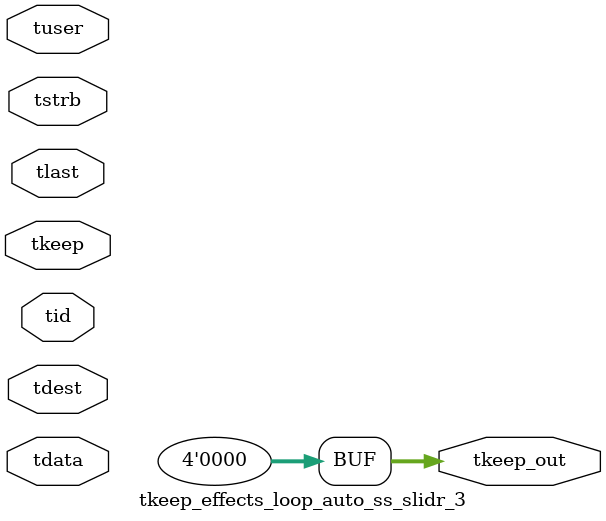
<source format=v>


`timescale 1ps/1ps

module tkeep_effects_loop_auto_ss_slidr_3 #
(
parameter C_S_AXIS_TDATA_WIDTH = 32,
parameter C_S_AXIS_TUSER_WIDTH = 0,
parameter C_S_AXIS_TID_WIDTH   = 0,
parameter C_S_AXIS_TDEST_WIDTH = 0,
parameter C_M_AXIS_TDATA_WIDTH = 32
)
(
input  [(C_S_AXIS_TDATA_WIDTH == 0 ? 1 : C_S_AXIS_TDATA_WIDTH)-1:0     ] tdata,
input  [(C_S_AXIS_TUSER_WIDTH == 0 ? 1 : C_S_AXIS_TUSER_WIDTH)-1:0     ] tuser,
input  [(C_S_AXIS_TID_WIDTH   == 0 ? 1 : C_S_AXIS_TID_WIDTH)-1:0       ] tid,
input  [(C_S_AXIS_TDEST_WIDTH == 0 ? 1 : C_S_AXIS_TDEST_WIDTH)-1:0     ] tdest,
input  [(C_S_AXIS_TDATA_WIDTH/8)-1:0 ] tkeep,
input  [(C_S_AXIS_TDATA_WIDTH/8)-1:0 ] tstrb,
input                                                                    tlast,
output [(C_M_AXIS_TDATA_WIDTH/8)-1:0 ] tkeep_out
);

assign tkeep_out = {1'b0};

endmodule


</source>
